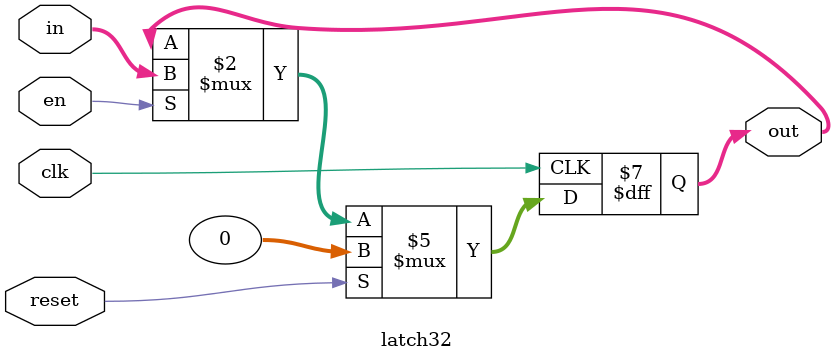
<source format=v>
module latch32(
input wire clk, 
input wire en,
input wire reset,		// reeset sincronico con clk

input wire [31:0]in, 

output reg [31:0]out
);



always @(posedge clk) begin
    if (reset) begin
		out <= 0;
	 end
	 else if (en) begin
		out <= in;
    end
end

endmodule

</source>
